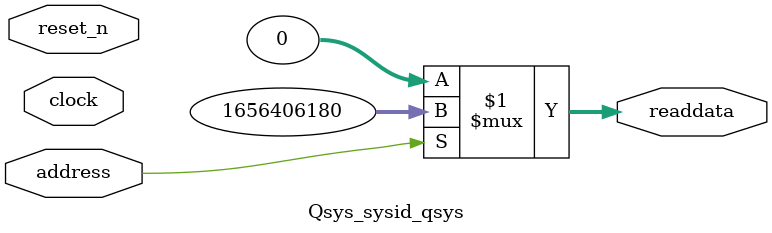
<source format=v>



// synthesis translate_off
`timescale 1ns / 1ps
// synthesis translate_on

// turn off superfluous verilog processor warnings 
// altera message_level Level1 
// altera message_off 10034 10035 10036 10037 10230 10240 10030 

module Qsys_sysid_qsys (
               // inputs:
                address,
                clock,
                reset_n,

               // outputs:
                readdata
             )
;

  output  [ 31: 0] readdata;
  input            address;
  input            clock;
  input            reset_n;

  wire    [ 31: 0] readdata;
  //control_slave, which is an e_avalon_slave
  assign readdata = address ? 1656406180 : 0;

endmodule



</source>
